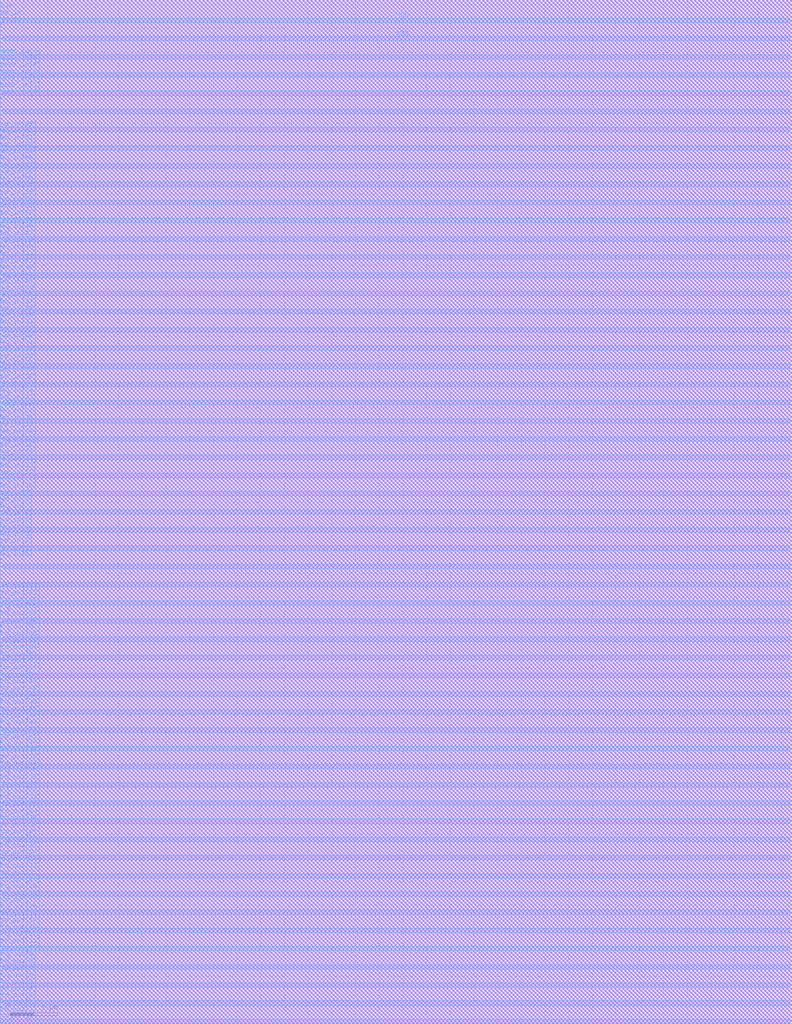
<source format=lef>
# Generated by FakeRAM 2.0
VERSION 5.7 ;
BUSBITCHARS "[]" ;
PROPERTYDEFINITIONS
  MACRO width INTEGER ;
  MACRO depth INTEGER ;
  MACRO banks INTEGER ;
END PROPERTYDEFINITIONS
MACRO fakeram7_128x64
  PROPERTY width 64 ;
  PROPERTY depth 128 ;
  PROPERTY banks 2 ;
  FOREIGN fakeram7_128x64 0 0 ;
  SYMMETRY X Y R90 ;
  SIZE 16.720 BY 21.600 ;
  CLASS BLOCK ;
  PIN rd_out[0]
    DIRECTION OUTPUT ;
    USE SIGNAL ;
    SHAPE ABUTMENT ;
    PORT
      LAYER M4 ;
      RECT 0.000 0.048 0.024 0.072 ;
    END
  END rd_out[0]
  PIN rd_out[1]
    DIRECTION OUTPUT ;
    USE SIGNAL ;
    SHAPE ABUTMENT ;
    PORT
      LAYER M4 ;
      RECT 0.000 0.192 0.024 0.216 ;
    END
  END rd_out[1]
  PIN rd_out[2]
    DIRECTION OUTPUT ;
    USE SIGNAL ;
    SHAPE ABUTMENT ;
    PORT
      LAYER M4 ;
      RECT 0.000 0.336 0.024 0.360 ;
    END
  END rd_out[2]
  PIN rd_out[3]
    DIRECTION OUTPUT ;
    USE SIGNAL ;
    SHAPE ABUTMENT ;
    PORT
      LAYER M4 ;
      RECT 0.000 0.480 0.024 0.504 ;
    END
  END rd_out[3]
  PIN rd_out[4]
    DIRECTION OUTPUT ;
    USE SIGNAL ;
    SHAPE ABUTMENT ;
    PORT
      LAYER M4 ;
      RECT 0.000 0.624 0.024 0.648 ;
    END
  END rd_out[4]
  PIN rd_out[5]
    DIRECTION OUTPUT ;
    USE SIGNAL ;
    SHAPE ABUTMENT ;
    PORT
      LAYER M4 ;
      RECT 0.000 0.768 0.024 0.792 ;
    END
  END rd_out[5]
  PIN rd_out[6]
    DIRECTION OUTPUT ;
    USE SIGNAL ;
    SHAPE ABUTMENT ;
    PORT
      LAYER M4 ;
      RECT 0.000 0.912 0.024 0.936 ;
    END
  END rd_out[6]
  PIN rd_out[7]
    DIRECTION OUTPUT ;
    USE SIGNAL ;
    SHAPE ABUTMENT ;
    PORT
      LAYER M4 ;
      RECT 0.000 1.056 0.024 1.080 ;
    END
  END rd_out[7]
  PIN rd_out[8]
    DIRECTION OUTPUT ;
    USE SIGNAL ;
    SHAPE ABUTMENT ;
    PORT
      LAYER M4 ;
      RECT 0.000 1.200 0.024 1.224 ;
    END
  END rd_out[8]
  PIN rd_out[9]
    DIRECTION OUTPUT ;
    USE SIGNAL ;
    SHAPE ABUTMENT ;
    PORT
      LAYER M4 ;
      RECT 0.000 1.344 0.024 1.368 ;
    END
  END rd_out[9]
  PIN rd_out[10]
    DIRECTION OUTPUT ;
    USE SIGNAL ;
    SHAPE ABUTMENT ;
    PORT
      LAYER M4 ;
      RECT 0.000 1.488 0.024 1.512 ;
    END
  END rd_out[10]
  PIN rd_out[11]
    DIRECTION OUTPUT ;
    USE SIGNAL ;
    SHAPE ABUTMENT ;
    PORT
      LAYER M4 ;
      RECT 0.000 1.632 0.024 1.656 ;
    END
  END rd_out[11]
  PIN rd_out[12]
    DIRECTION OUTPUT ;
    USE SIGNAL ;
    SHAPE ABUTMENT ;
    PORT
      LAYER M4 ;
      RECT 0.000 1.776 0.024 1.800 ;
    END
  END rd_out[12]
  PIN rd_out[13]
    DIRECTION OUTPUT ;
    USE SIGNAL ;
    SHAPE ABUTMENT ;
    PORT
      LAYER M4 ;
      RECT 0.000 1.920 0.024 1.944 ;
    END
  END rd_out[13]
  PIN rd_out[14]
    DIRECTION OUTPUT ;
    USE SIGNAL ;
    SHAPE ABUTMENT ;
    PORT
      LAYER M4 ;
      RECT 0.000 2.064 0.024 2.088 ;
    END
  END rd_out[14]
  PIN rd_out[15]
    DIRECTION OUTPUT ;
    USE SIGNAL ;
    SHAPE ABUTMENT ;
    PORT
      LAYER M4 ;
      RECT 0.000 2.208 0.024 2.232 ;
    END
  END rd_out[15]
  PIN rd_out[16]
    DIRECTION OUTPUT ;
    USE SIGNAL ;
    SHAPE ABUTMENT ;
    PORT
      LAYER M4 ;
      RECT 0.000 2.352 0.024 2.376 ;
    END
  END rd_out[16]
  PIN rd_out[17]
    DIRECTION OUTPUT ;
    USE SIGNAL ;
    SHAPE ABUTMENT ;
    PORT
      LAYER M4 ;
      RECT 0.000 2.496 0.024 2.520 ;
    END
  END rd_out[17]
  PIN rd_out[18]
    DIRECTION OUTPUT ;
    USE SIGNAL ;
    SHAPE ABUTMENT ;
    PORT
      LAYER M4 ;
      RECT 0.000 2.640 0.024 2.664 ;
    END
  END rd_out[18]
  PIN rd_out[19]
    DIRECTION OUTPUT ;
    USE SIGNAL ;
    SHAPE ABUTMENT ;
    PORT
      LAYER M4 ;
      RECT 0.000 2.784 0.024 2.808 ;
    END
  END rd_out[19]
  PIN rd_out[20]
    DIRECTION OUTPUT ;
    USE SIGNAL ;
    SHAPE ABUTMENT ;
    PORT
      LAYER M4 ;
      RECT 0.000 2.928 0.024 2.952 ;
    END
  END rd_out[20]
  PIN rd_out[21]
    DIRECTION OUTPUT ;
    USE SIGNAL ;
    SHAPE ABUTMENT ;
    PORT
      LAYER M4 ;
      RECT 0.000 3.072 0.024 3.096 ;
    END
  END rd_out[21]
  PIN rd_out[22]
    DIRECTION OUTPUT ;
    USE SIGNAL ;
    SHAPE ABUTMENT ;
    PORT
      LAYER M4 ;
      RECT 0.000 3.216 0.024 3.240 ;
    END
  END rd_out[22]
  PIN rd_out[23]
    DIRECTION OUTPUT ;
    USE SIGNAL ;
    SHAPE ABUTMENT ;
    PORT
      LAYER M4 ;
      RECT 0.000 3.360 0.024 3.384 ;
    END
  END rd_out[23]
  PIN rd_out[24]
    DIRECTION OUTPUT ;
    USE SIGNAL ;
    SHAPE ABUTMENT ;
    PORT
      LAYER M4 ;
      RECT 0.000 3.504 0.024 3.528 ;
    END
  END rd_out[24]
  PIN rd_out[25]
    DIRECTION OUTPUT ;
    USE SIGNAL ;
    SHAPE ABUTMENT ;
    PORT
      LAYER M4 ;
      RECT 0.000 3.648 0.024 3.672 ;
    END
  END rd_out[25]
  PIN rd_out[26]
    DIRECTION OUTPUT ;
    USE SIGNAL ;
    SHAPE ABUTMENT ;
    PORT
      LAYER M4 ;
      RECT 0.000 3.792 0.024 3.816 ;
    END
  END rd_out[26]
  PIN rd_out[27]
    DIRECTION OUTPUT ;
    USE SIGNAL ;
    SHAPE ABUTMENT ;
    PORT
      LAYER M4 ;
      RECT 0.000 3.936 0.024 3.960 ;
    END
  END rd_out[27]
  PIN rd_out[28]
    DIRECTION OUTPUT ;
    USE SIGNAL ;
    SHAPE ABUTMENT ;
    PORT
      LAYER M4 ;
      RECT 0.000 4.080 0.024 4.104 ;
    END
  END rd_out[28]
  PIN rd_out[29]
    DIRECTION OUTPUT ;
    USE SIGNAL ;
    SHAPE ABUTMENT ;
    PORT
      LAYER M4 ;
      RECT 0.000 4.224 0.024 4.248 ;
    END
  END rd_out[29]
  PIN rd_out[30]
    DIRECTION OUTPUT ;
    USE SIGNAL ;
    SHAPE ABUTMENT ;
    PORT
      LAYER M4 ;
      RECT 0.000 4.368 0.024 4.392 ;
    END
  END rd_out[30]
  PIN rd_out[31]
    DIRECTION OUTPUT ;
    USE SIGNAL ;
    SHAPE ABUTMENT ;
    PORT
      LAYER M4 ;
      RECT 0.000 4.512 0.024 4.536 ;
    END
  END rd_out[31]
  PIN rd_out[32]
    DIRECTION OUTPUT ;
    USE SIGNAL ;
    SHAPE ABUTMENT ;
    PORT
      LAYER M4 ;
      RECT 0.000 4.656 0.024 4.680 ;
    END
  END rd_out[32]
  PIN rd_out[33]
    DIRECTION OUTPUT ;
    USE SIGNAL ;
    SHAPE ABUTMENT ;
    PORT
      LAYER M4 ;
      RECT 0.000 4.800 0.024 4.824 ;
    END
  END rd_out[33]
  PIN rd_out[34]
    DIRECTION OUTPUT ;
    USE SIGNAL ;
    SHAPE ABUTMENT ;
    PORT
      LAYER M4 ;
      RECT 0.000 4.944 0.024 4.968 ;
    END
  END rd_out[34]
  PIN rd_out[35]
    DIRECTION OUTPUT ;
    USE SIGNAL ;
    SHAPE ABUTMENT ;
    PORT
      LAYER M4 ;
      RECT 0.000 5.088 0.024 5.112 ;
    END
  END rd_out[35]
  PIN rd_out[36]
    DIRECTION OUTPUT ;
    USE SIGNAL ;
    SHAPE ABUTMENT ;
    PORT
      LAYER M4 ;
      RECT 0.000 5.232 0.024 5.256 ;
    END
  END rd_out[36]
  PIN rd_out[37]
    DIRECTION OUTPUT ;
    USE SIGNAL ;
    SHAPE ABUTMENT ;
    PORT
      LAYER M4 ;
      RECT 0.000 5.376 0.024 5.400 ;
    END
  END rd_out[37]
  PIN rd_out[38]
    DIRECTION OUTPUT ;
    USE SIGNAL ;
    SHAPE ABUTMENT ;
    PORT
      LAYER M4 ;
      RECT 0.000 5.520 0.024 5.544 ;
    END
  END rd_out[38]
  PIN rd_out[39]
    DIRECTION OUTPUT ;
    USE SIGNAL ;
    SHAPE ABUTMENT ;
    PORT
      LAYER M4 ;
      RECT 0.000 5.664 0.024 5.688 ;
    END
  END rd_out[39]
  PIN rd_out[40]
    DIRECTION OUTPUT ;
    USE SIGNAL ;
    SHAPE ABUTMENT ;
    PORT
      LAYER M4 ;
      RECT 0.000 5.808 0.024 5.832 ;
    END
  END rd_out[40]
  PIN rd_out[41]
    DIRECTION OUTPUT ;
    USE SIGNAL ;
    SHAPE ABUTMENT ;
    PORT
      LAYER M4 ;
      RECT 0.000 5.952 0.024 5.976 ;
    END
  END rd_out[41]
  PIN rd_out[42]
    DIRECTION OUTPUT ;
    USE SIGNAL ;
    SHAPE ABUTMENT ;
    PORT
      LAYER M4 ;
      RECT 0.000 6.096 0.024 6.120 ;
    END
  END rd_out[42]
  PIN rd_out[43]
    DIRECTION OUTPUT ;
    USE SIGNAL ;
    SHAPE ABUTMENT ;
    PORT
      LAYER M4 ;
      RECT 0.000 6.240 0.024 6.264 ;
    END
  END rd_out[43]
  PIN rd_out[44]
    DIRECTION OUTPUT ;
    USE SIGNAL ;
    SHAPE ABUTMENT ;
    PORT
      LAYER M4 ;
      RECT 0.000 6.384 0.024 6.408 ;
    END
  END rd_out[44]
  PIN rd_out[45]
    DIRECTION OUTPUT ;
    USE SIGNAL ;
    SHAPE ABUTMENT ;
    PORT
      LAYER M4 ;
      RECT 0.000 6.528 0.024 6.552 ;
    END
  END rd_out[45]
  PIN rd_out[46]
    DIRECTION OUTPUT ;
    USE SIGNAL ;
    SHAPE ABUTMENT ;
    PORT
      LAYER M4 ;
      RECT 0.000 6.672 0.024 6.696 ;
    END
  END rd_out[46]
  PIN rd_out[47]
    DIRECTION OUTPUT ;
    USE SIGNAL ;
    SHAPE ABUTMENT ;
    PORT
      LAYER M4 ;
      RECT 0.000 6.816 0.024 6.840 ;
    END
  END rd_out[47]
  PIN rd_out[48]
    DIRECTION OUTPUT ;
    USE SIGNAL ;
    SHAPE ABUTMENT ;
    PORT
      LAYER M4 ;
      RECT 0.000 6.960 0.024 6.984 ;
    END
  END rd_out[48]
  PIN rd_out[49]
    DIRECTION OUTPUT ;
    USE SIGNAL ;
    SHAPE ABUTMENT ;
    PORT
      LAYER M4 ;
      RECT 0.000 7.104 0.024 7.128 ;
    END
  END rd_out[49]
  PIN rd_out[50]
    DIRECTION OUTPUT ;
    USE SIGNAL ;
    SHAPE ABUTMENT ;
    PORT
      LAYER M4 ;
      RECT 0.000 7.248 0.024 7.272 ;
    END
  END rd_out[50]
  PIN rd_out[51]
    DIRECTION OUTPUT ;
    USE SIGNAL ;
    SHAPE ABUTMENT ;
    PORT
      LAYER M4 ;
      RECT 0.000 7.392 0.024 7.416 ;
    END
  END rd_out[51]
  PIN rd_out[52]
    DIRECTION OUTPUT ;
    USE SIGNAL ;
    SHAPE ABUTMENT ;
    PORT
      LAYER M4 ;
      RECT 0.000 7.536 0.024 7.560 ;
    END
  END rd_out[52]
  PIN rd_out[53]
    DIRECTION OUTPUT ;
    USE SIGNAL ;
    SHAPE ABUTMENT ;
    PORT
      LAYER M4 ;
      RECT 0.000 7.680 0.024 7.704 ;
    END
  END rd_out[53]
  PIN rd_out[54]
    DIRECTION OUTPUT ;
    USE SIGNAL ;
    SHAPE ABUTMENT ;
    PORT
      LAYER M4 ;
      RECT 0.000 7.824 0.024 7.848 ;
    END
  END rd_out[54]
  PIN rd_out[55]
    DIRECTION OUTPUT ;
    USE SIGNAL ;
    SHAPE ABUTMENT ;
    PORT
      LAYER M4 ;
      RECT 0.000 7.968 0.024 7.992 ;
    END
  END rd_out[55]
  PIN rd_out[56]
    DIRECTION OUTPUT ;
    USE SIGNAL ;
    SHAPE ABUTMENT ;
    PORT
      LAYER M4 ;
      RECT 0.000 8.112 0.024 8.136 ;
    END
  END rd_out[56]
  PIN rd_out[57]
    DIRECTION OUTPUT ;
    USE SIGNAL ;
    SHAPE ABUTMENT ;
    PORT
      LAYER M4 ;
      RECT 0.000 8.256 0.024 8.280 ;
    END
  END rd_out[57]
  PIN rd_out[58]
    DIRECTION OUTPUT ;
    USE SIGNAL ;
    SHAPE ABUTMENT ;
    PORT
      LAYER M4 ;
      RECT 0.000 8.400 0.024 8.424 ;
    END
  END rd_out[58]
  PIN rd_out[59]
    DIRECTION OUTPUT ;
    USE SIGNAL ;
    SHAPE ABUTMENT ;
    PORT
      LAYER M4 ;
      RECT 0.000 8.544 0.024 8.568 ;
    END
  END rd_out[59]
  PIN rd_out[60]
    DIRECTION OUTPUT ;
    USE SIGNAL ;
    SHAPE ABUTMENT ;
    PORT
      LAYER M4 ;
      RECT 0.000 8.688 0.024 8.712 ;
    END
  END rd_out[60]
  PIN rd_out[61]
    DIRECTION OUTPUT ;
    USE SIGNAL ;
    SHAPE ABUTMENT ;
    PORT
      LAYER M4 ;
      RECT 0.000 8.832 0.024 8.856 ;
    END
  END rd_out[61]
  PIN rd_out[62]
    DIRECTION OUTPUT ;
    USE SIGNAL ;
    SHAPE ABUTMENT ;
    PORT
      LAYER M4 ;
      RECT 0.000 8.976 0.024 9.000 ;
    END
  END rd_out[62]
  PIN rd_out[63]
    DIRECTION OUTPUT ;
    USE SIGNAL ;
    SHAPE ABUTMENT ;
    PORT
      LAYER M4 ;
      RECT 0.000 9.120 0.024 9.144 ;
    END
  END rd_out[63]
  PIN wd_in[0]
    DIRECTION INPUT ;
    USE SIGNAL ;
    SHAPE ABUTMENT ;
    PORT
      LAYER M4 ;
      RECT 0.000 9.792 0.024 9.816 ;
    END
  END wd_in[0]
  PIN wd_in[1]
    DIRECTION INPUT ;
    USE SIGNAL ;
    SHAPE ABUTMENT ;
    PORT
      LAYER M4 ;
      RECT 0.000 9.936 0.024 9.960 ;
    END
  END wd_in[1]
  PIN wd_in[2]
    DIRECTION INPUT ;
    USE SIGNAL ;
    SHAPE ABUTMENT ;
    PORT
      LAYER M4 ;
      RECT 0.000 10.080 0.024 10.104 ;
    END
  END wd_in[2]
  PIN wd_in[3]
    DIRECTION INPUT ;
    USE SIGNAL ;
    SHAPE ABUTMENT ;
    PORT
      LAYER M4 ;
      RECT 0.000 10.224 0.024 10.248 ;
    END
  END wd_in[3]
  PIN wd_in[4]
    DIRECTION INPUT ;
    USE SIGNAL ;
    SHAPE ABUTMENT ;
    PORT
      LAYER M4 ;
      RECT 0.000 10.368 0.024 10.392 ;
    END
  END wd_in[4]
  PIN wd_in[5]
    DIRECTION INPUT ;
    USE SIGNAL ;
    SHAPE ABUTMENT ;
    PORT
      LAYER M4 ;
      RECT 0.000 10.512 0.024 10.536 ;
    END
  END wd_in[5]
  PIN wd_in[6]
    DIRECTION INPUT ;
    USE SIGNAL ;
    SHAPE ABUTMENT ;
    PORT
      LAYER M4 ;
      RECT 0.000 10.656 0.024 10.680 ;
    END
  END wd_in[6]
  PIN wd_in[7]
    DIRECTION INPUT ;
    USE SIGNAL ;
    SHAPE ABUTMENT ;
    PORT
      LAYER M4 ;
      RECT 0.000 10.800 0.024 10.824 ;
    END
  END wd_in[7]
  PIN wd_in[8]
    DIRECTION INPUT ;
    USE SIGNAL ;
    SHAPE ABUTMENT ;
    PORT
      LAYER M4 ;
      RECT 0.000 10.944 0.024 10.968 ;
    END
  END wd_in[8]
  PIN wd_in[9]
    DIRECTION INPUT ;
    USE SIGNAL ;
    SHAPE ABUTMENT ;
    PORT
      LAYER M4 ;
      RECT 0.000 11.088 0.024 11.112 ;
    END
  END wd_in[9]
  PIN wd_in[10]
    DIRECTION INPUT ;
    USE SIGNAL ;
    SHAPE ABUTMENT ;
    PORT
      LAYER M4 ;
      RECT 0.000 11.232 0.024 11.256 ;
    END
  END wd_in[10]
  PIN wd_in[11]
    DIRECTION INPUT ;
    USE SIGNAL ;
    SHAPE ABUTMENT ;
    PORT
      LAYER M4 ;
      RECT 0.000 11.376 0.024 11.400 ;
    END
  END wd_in[11]
  PIN wd_in[12]
    DIRECTION INPUT ;
    USE SIGNAL ;
    SHAPE ABUTMENT ;
    PORT
      LAYER M4 ;
      RECT 0.000 11.520 0.024 11.544 ;
    END
  END wd_in[12]
  PIN wd_in[13]
    DIRECTION INPUT ;
    USE SIGNAL ;
    SHAPE ABUTMENT ;
    PORT
      LAYER M4 ;
      RECT 0.000 11.664 0.024 11.688 ;
    END
  END wd_in[13]
  PIN wd_in[14]
    DIRECTION INPUT ;
    USE SIGNAL ;
    SHAPE ABUTMENT ;
    PORT
      LAYER M4 ;
      RECT 0.000 11.808 0.024 11.832 ;
    END
  END wd_in[14]
  PIN wd_in[15]
    DIRECTION INPUT ;
    USE SIGNAL ;
    SHAPE ABUTMENT ;
    PORT
      LAYER M4 ;
      RECT 0.000 11.952 0.024 11.976 ;
    END
  END wd_in[15]
  PIN wd_in[16]
    DIRECTION INPUT ;
    USE SIGNAL ;
    SHAPE ABUTMENT ;
    PORT
      LAYER M4 ;
      RECT 0.000 12.096 0.024 12.120 ;
    END
  END wd_in[16]
  PIN wd_in[17]
    DIRECTION INPUT ;
    USE SIGNAL ;
    SHAPE ABUTMENT ;
    PORT
      LAYER M4 ;
      RECT 0.000 12.240 0.024 12.264 ;
    END
  END wd_in[17]
  PIN wd_in[18]
    DIRECTION INPUT ;
    USE SIGNAL ;
    SHAPE ABUTMENT ;
    PORT
      LAYER M4 ;
      RECT 0.000 12.384 0.024 12.408 ;
    END
  END wd_in[18]
  PIN wd_in[19]
    DIRECTION INPUT ;
    USE SIGNAL ;
    SHAPE ABUTMENT ;
    PORT
      LAYER M4 ;
      RECT 0.000 12.528 0.024 12.552 ;
    END
  END wd_in[19]
  PIN wd_in[20]
    DIRECTION INPUT ;
    USE SIGNAL ;
    SHAPE ABUTMENT ;
    PORT
      LAYER M4 ;
      RECT 0.000 12.672 0.024 12.696 ;
    END
  END wd_in[20]
  PIN wd_in[21]
    DIRECTION INPUT ;
    USE SIGNAL ;
    SHAPE ABUTMENT ;
    PORT
      LAYER M4 ;
      RECT 0.000 12.816 0.024 12.840 ;
    END
  END wd_in[21]
  PIN wd_in[22]
    DIRECTION INPUT ;
    USE SIGNAL ;
    SHAPE ABUTMENT ;
    PORT
      LAYER M4 ;
      RECT 0.000 12.960 0.024 12.984 ;
    END
  END wd_in[22]
  PIN wd_in[23]
    DIRECTION INPUT ;
    USE SIGNAL ;
    SHAPE ABUTMENT ;
    PORT
      LAYER M4 ;
      RECT 0.000 13.104 0.024 13.128 ;
    END
  END wd_in[23]
  PIN wd_in[24]
    DIRECTION INPUT ;
    USE SIGNAL ;
    SHAPE ABUTMENT ;
    PORT
      LAYER M4 ;
      RECT 0.000 13.248 0.024 13.272 ;
    END
  END wd_in[24]
  PIN wd_in[25]
    DIRECTION INPUT ;
    USE SIGNAL ;
    SHAPE ABUTMENT ;
    PORT
      LAYER M4 ;
      RECT 0.000 13.392 0.024 13.416 ;
    END
  END wd_in[25]
  PIN wd_in[26]
    DIRECTION INPUT ;
    USE SIGNAL ;
    SHAPE ABUTMENT ;
    PORT
      LAYER M4 ;
      RECT 0.000 13.536 0.024 13.560 ;
    END
  END wd_in[26]
  PIN wd_in[27]
    DIRECTION INPUT ;
    USE SIGNAL ;
    SHAPE ABUTMENT ;
    PORT
      LAYER M4 ;
      RECT 0.000 13.680 0.024 13.704 ;
    END
  END wd_in[27]
  PIN wd_in[28]
    DIRECTION INPUT ;
    USE SIGNAL ;
    SHAPE ABUTMENT ;
    PORT
      LAYER M4 ;
      RECT 0.000 13.824 0.024 13.848 ;
    END
  END wd_in[28]
  PIN wd_in[29]
    DIRECTION INPUT ;
    USE SIGNAL ;
    SHAPE ABUTMENT ;
    PORT
      LAYER M4 ;
      RECT 0.000 13.968 0.024 13.992 ;
    END
  END wd_in[29]
  PIN wd_in[30]
    DIRECTION INPUT ;
    USE SIGNAL ;
    SHAPE ABUTMENT ;
    PORT
      LAYER M4 ;
      RECT 0.000 14.112 0.024 14.136 ;
    END
  END wd_in[30]
  PIN wd_in[31]
    DIRECTION INPUT ;
    USE SIGNAL ;
    SHAPE ABUTMENT ;
    PORT
      LAYER M4 ;
      RECT 0.000 14.256 0.024 14.280 ;
    END
  END wd_in[31]
  PIN wd_in[32]
    DIRECTION INPUT ;
    USE SIGNAL ;
    SHAPE ABUTMENT ;
    PORT
      LAYER M4 ;
      RECT 0.000 14.400 0.024 14.424 ;
    END
  END wd_in[32]
  PIN wd_in[33]
    DIRECTION INPUT ;
    USE SIGNAL ;
    SHAPE ABUTMENT ;
    PORT
      LAYER M4 ;
      RECT 0.000 14.544 0.024 14.568 ;
    END
  END wd_in[33]
  PIN wd_in[34]
    DIRECTION INPUT ;
    USE SIGNAL ;
    SHAPE ABUTMENT ;
    PORT
      LAYER M4 ;
      RECT 0.000 14.688 0.024 14.712 ;
    END
  END wd_in[34]
  PIN wd_in[35]
    DIRECTION INPUT ;
    USE SIGNAL ;
    SHAPE ABUTMENT ;
    PORT
      LAYER M4 ;
      RECT 0.000 14.832 0.024 14.856 ;
    END
  END wd_in[35]
  PIN wd_in[36]
    DIRECTION INPUT ;
    USE SIGNAL ;
    SHAPE ABUTMENT ;
    PORT
      LAYER M4 ;
      RECT 0.000 14.976 0.024 15.000 ;
    END
  END wd_in[36]
  PIN wd_in[37]
    DIRECTION INPUT ;
    USE SIGNAL ;
    SHAPE ABUTMENT ;
    PORT
      LAYER M4 ;
      RECT 0.000 15.120 0.024 15.144 ;
    END
  END wd_in[37]
  PIN wd_in[38]
    DIRECTION INPUT ;
    USE SIGNAL ;
    SHAPE ABUTMENT ;
    PORT
      LAYER M4 ;
      RECT 0.000 15.264 0.024 15.288 ;
    END
  END wd_in[38]
  PIN wd_in[39]
    DIRECTION INPUT ;
    USE SIGNAL ;
    SHAPE ABUTMENT ;
    PORT
      LAYER M4 ;
      RECT 0.000 15.408 0.024 15.432 ;
    END
  END wd_in[39]
  PIN wd_in[40]
    DIRECTION INPUT ;
    USE SIGNAL ;
    SHAPE ABUTMENT ;
    PORT
      LAYER M4 ;
      RECT 0.000 15.552 0.024 15.576 ;
    END
  END wd_in[40]
  PIN wd_in[41]
    DIRECTION INPUT ;
    USE SIGNAL ;
    SHAPE ABUTMENT ;
    PORT
      LAYER M4 ;
      RECT 0.000 15.696 0.024 15.720 ;
    END
  END wd_in[41]
  PIN wd_in[42]
    DIRECTION INPUT ;
    USE SIGNAL ;
    SHAPE ABUTMENT ;
    PORT
      LAYER M4 ;
      RECT 0.000 15.840 0.024 15.864 ;
    END
  END wd_in[42]
  PIN wd_in[43]
    DIRECTION INPUT ;
    USE SIGNAL ;
    SHAPE ABUTMENT ;
    PORT
      LAYER M4 ;
      RECT 0.000 15.984 0.024 16.008 ;
    END
  END wd_in[43]
  PIN wd_in[44]
    DIRECTION INPUT ;
    USE SIGNAL ;
    SHAPE ABUTMENT ;
    PORT
      LAYER M4 ;
      RECT 0.000 16.128 0.024 16.152 ;
    END
  END wd_in[44]
  PIN wd_in[45]
    DIRECTION INPUT ;
    USE SIGNAL ;
    SHAPE ABUTMENT ;
    PORT
      LAYER M4 ;
      RECT 0.000 16.272 0.024 16.296 ;
    END
  END wd_in[45]
  PIN wd_in[46]
    DIRECTION INPUT ;
    USE SIGNAL ;
    SHAPE ABUTMENT ;
    PORT
      LAYER M4 ;
      RECT 0.000 16.416 0.024 16.440 ;
    END
  END wd_in[46]
  PIN wd_in[47]
    DIRECTION INPUT ;
    USE SIGNAL ;
    SHAPE ABUTMENT ;
    PORT
      LAYER M4 ;
      RECT 0.000 16.560 0.024 16.584 ;
    END
  END wd_in[47]
  PIN wd_in[48]
    DIRECTION INPUT ;
    USE SIGNAL ;
    SHAPE ABUTMENT ;
    PORT
      LAYER M4 ;
      RECT 0.000 16.704 0.024 16.728 ;
    END
  END wd_in[48]
  PIN wd_in[49]
    DIRECTION INPUT ;
    USE SIGNAL ;
    SHAPE ABUTMENT ;
    PORT
      LAYER M4 ;
      RECT 0.000 16.848 0.024 16.872 ;
    END
  END wd_in[49]
  PIN wd_in[50]
    DIRECTION INPUT ;
    USE SIGNAL ;
    SHAPE ABUTMENT ;
    PORT
      LAYER M4 ;
      RECT 0.000 16.992 0.024 17.016 ;
    END
  END wd_in[50]
  PIN wd_in[51]
    DIRECTION INPUT ;
    USE SIGNAL ;
    SHAPE ABUTMENT ;
    PORT
      LAYER M4 ;
      RECT 0.000 17.136 0.024 17.160 ;
    END
  END wd_in[51]
  PIN wd_in[52]
    DIRECTION INPUT ;
    USE SIGNAL ;
    SHAPE ABUTMENT ;
    PORT
      LAYER M4 ;
      RECT 0.000 17.280 0.024 17.304 ;
    END
  END wd_in[52]
  PIN wd_in[53]
    DIRECTION INPUT ;
    USE SIGNAL ;
    SHAPE ABUTMENT ;
    PORT
      LAYER M4 ;
      RECT 0.000 17.424 0.024 17.448 ;
    END
  END wd_in[53]
  PIN wd_in[54]
    DIRECTION INPUT ;
    USE SIGNAL ;
    SHAPE ABUTMENT ;
    PORT
      LAYER M4 ;
      RECT 0.000 17.568 0.024 17.592 ;
    END
  END wd_in[54]
  PIN wd_in[55]
    DIRECTION INPUT ;
    USE SIGNAL ;
    SHAPE ABUTMENT ;
    PORT
      LAYER M4 ;
      RECT 0.000 17.712 0.024 17.736 ;
    END
  END wd_in[55]
  PIN wd_in[56]
    DIRECTION INPUT ;
    USE SIGNAL ;
    SHAPE ABUTMENT ;
    PORT
      LAYER M4 ;
      RECT 0.000 17.856 0.024 17.880 ;
    END
  END wd_in[56]
  PIN wd_in[57]
    DIRECTION INPUT ;
    USE SIGNAL ;
    SHAPE ABUTMENT ;
    PORT
      LAYER M4 ;
      RECT 0.000 18.000 0.024 18.024 ;
    END
  END wd_in[57]
  PIN wd_in[58]
    DIRECTION INPUT ;
    USE SIGNAL ;
    SHAPE ABUTMENT ;
    PORT
      LAYER M4 ;
      RECT 0.000 18.144 0.024 18.168 ;
    END
  END wd_in[58]
  PIN wd_in[59]
    DIRECTION INPUT ;
    USE SIGNAL ;
    SHAPE ABUTMENT ;
    PORT
      LAYER M4 ;
      RECT 0.000 18.288 0.024 18.312 ;
    END
  END wd_in[59]
  PIN wd_in[60]
    DIRECTION INPUT ;
    USE SIGNAL ;
    SHAPE ABUTMENT ;
    PORT
      LAYER M4 ;
      RECT 0.000 18.432 0.024 18.456 ;
    END
  END wd_in[60]
  PIN wd_in[61]
    DIRECTION INPUT ;
    USE SIGNAL ;
    SHAPE ABUTMENT ;
    PORT
      LAYER M4 ;
      RECT 0.000 18.576 0.024 18.600 ;
    END
  END wd_in[61]
  PIN wd_in[62]
    DIRECTION INPUT ;
    USE SIGNAL ;
    SHAPE ABUTMENT ;
    PORT
      LAYER M4 ;
      RECT 0.000 18.720 0.024 18.744 ;
    END
  END wd_in[62]
  PIN wd_in[63]
    DIRECTION INPUT ;
    USE SIGNAL ;
    SHAPE ABUTMENT ;
    PORT
      LAYER M4 ;
      RECT 0.000 18.864 0.024 18.888 ;
    END
  END wd_in[63]
  PIN addr_in[0]
    DIRECTION INPUT ;
    USE SIGNAL ;
    SHAPE ABUTMENT ;
    PORT
      LAYER M4 ;
      RECT 0.000 19.536 0.024 19.560 ;
    END
  END addr_in[0]
  PIN addr_in[1]
    DIRECTION INPUT ;
    USE SIGNAL ;
    SHAPE ABUTMENT ;
    PORT
      LAYER M4 ;
      RECT 0.000 19.680 0.024 19.704 ;
    END
  END addr_in[1]
  PIN addr_in[2]
    DIRECTION INPUT ;
    USE SIGNAL ;
    SHAPE ABUTMENT ;
    PORT
      LAYER M4 ;
      RECT 0.000 19.824 0.024 19.848 ;
    END
  END addr_in[2]
  PIN addr_in[3]
    DIRECTION INPUT ;
    USE SIGNAL ;
    SHAPE ABUTMENT ;
    PORT
      LAYER M4 ;
      RECT 0.000 19.968 0.024 19.992 ;
    END
  END addr_in[3]
  PIN addr_in[4]
    DIRECTION INPUT ;
    USE SIGNAL ;
    SHAPE ABUTMENT ;
    PORT
      LAYER M4 ;
      RECT 0.000 20.112 0.024 20.136 ;
    END
  END addr_in[4]
  PIN addr_in[5]
    DIRECTION INPUT ;
    USE SIGNAL ;
    SHAPE ABUTMENT ;
    PORT
      LAYER M4 ;
      RECT 0.000 20.256 0.024 20.280 ;
    END
  END addr_in[5]
  PIN addr_in[6]
    DIRECTION INPUT ;
    USE SIGNAL ;
    SHAPE ABUTMENT ;
    PORT
      LAYER M4 ;
      RECT 0.000 20.400 0.024 20.424 ;
    END
  END addr_in[6]
  PIN we_in
    DIRECTION INPUT ;
    USE SIGNAL ;
    SHAPE ABUTMENT ;
    PORT
      LAYER M4 ;
      RECT 0.000 21.072 0.024 21.096 ;
    END
  END we_in
  PIN ce_in
    DIRECTION INPUT ;
    USE SIGNAL ;
    SHAPE ABUTMENT ;
    PORT
      LAYER M4 ;
      RECT 0.000 21.216 0.024 21.240 ;
    END
  END ce_in
  PIN clk
    DIRECTION INPUT ;
    USE SIGNAL ;
    SHAPE ABUTMENT ;
    PORT
      LAYER M4 ;
      RECT 0.000 21.360 0.024 21.384 ;
    END
  END clk
  PIN VSS
    DIRECTION INOUT ;
    USE GROUND ;
    PORT
      LAYER M4 ;
      RECT 0.048 0.000 16.672 0.096 ;
      RECT 0.048 0.768 16.672 0.864 ;
      RECT 0.048 1.536 16.672 1.632 ;
      RECT 0.048 2.304 16.672 2.400 ;
      RECT 0.048 3.072 16.672 3.168 ;
      RECT 0.048 3.840 16.672 3.936 ;
      RECT 0.048 4.608 16.672 4.704 ;
      RECT 0.048 5.376 16.672 5.472 ;
      RECT 0.048 6.144 16.672 6.240 ;
      RECT 0.048 6.912 16.672 7.008 ;
      RECT 0.048 7.680 16.672 7.776 ;
      RECT 0.048 8.448 16.672 8.544 ;
      RECT 0.048 9.216 16.672 9.312 ;
      RECT 0.048 9.984 16.672 10.080 ;
      RECT 0.048 10.752 16.672 10.848 ;
      RECT 0.048 11.520 16.672 11.616 ;
      RECT 0.048 12.288 16.672 12.384 ;
      RECT 0.048 13.056 16.672 13.152 ;
      RECT 0.048 13.824 16.672 13.920 ;
      RECT 0.048 14.592 16.672 14.688 ;
      RECT 0.048 15.360 16.672 15.456 ;
      RECT 0.048 16.128 16.672 16.224 ;
      RECT 0.048 16.896 16.672 16.992 ;
      RECT 0.048 17.664 16.672 17.760 ;
      RECT 0.048 18.432 16.672 18.528 ;
      RECT 0.048 19.200 16.672 19.296 ;
      RECT 0.048 19.968 16.672 20.064 ;
      RECT 0.048 20.736 16.672 20.832 ;
    END
  END VSS
  PIN VDD
    DIRECTION INOUT ;
    USE POWER ;
    PORT
      LAYER M4 ;
      RECT 0.048 0.384 16.672 0.480 ;
      RECT 0.048 1.152 16.672 1.248 ;
      RECT 0.048 1.920 16.672 2.016 ;
      RECT 0.048 2.688 16.672 2.784 ;
      RECT 0.048 3.456 16.672 3.552 ;
      RECT 0.048 4.224 16.672 4.320 ;
      RECT 0.048 4.992 16.672 5.088 ;
      RECT 0.048 5.760 16.672 5.856 ;
      RECT 0.048 6.528 16.672 6.624 ;
      RECT 0.048 7.296 16.672 7.392 ;
      RECT 0.048 8.064 16.672 8.160 ;
      RECT 0.048 8.832 16.672 8.928 ;
      RECT 0.048 9.600 16.672 9.696 ;
      RECT 0.048 10.368 16.672 10.464 ;
      RECT 0.048 11.136 16.672 11.232 ;
      RECT 0.048 11.904 16.672 12.000 ;
      RECT 0.048 12.672 16.672 12.768 ;
      RECT 0.048 13.440 16.672 13.536 ;
      RECT 0.048 14.208 16.672 14.304 ;
      RECT 0.048 14.976 16.672 15.072 ;
      RECT 0.048 15.744 16.672 15.840 ;
      RECT 0.048 16.512 16.672 16.608 ;
      RECT 0.048 17.280 16.672 17.376 ;
      RECT 0.048 18.048 16.672 18.144 ;
      RECT 0.048 18.816 16.672 18.912 ;
      RECT 0.048 19.584 16.672 19.680 ;
      RECT 0.048 20.352 16.672 20.448 ;
      RECT 0.048 21.120 16.672 21.216 ;
    END
  END VDD
  OBS
    LAYER M1 ;
    RECT 0 0 16.720 21.600 ;
    LAYER M2 ;
    RECT 0 0 16.720 21.600 ;
    LAYER M3 ;
    RECT 0 0 16.720 21.600 ;
    LAYER M4 ;
    RECT 0 0 16.720 21.600 ;
  END
END fakeram7_128x64

END LIBRARY

</source>
